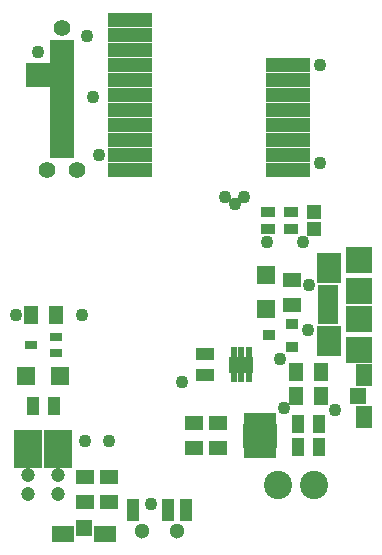
<source format=gts>
%TF.GenerationSoftware,KiCad,Pcbnew,4.0.1-stable*%
%TF.CreationDate,2016-06-24T18:37:57+01:00*%
%TF.ProjectId,StrokeRehabilitation,5374726F6B655265686162696C697461,rev?*%
%TF.FileFunction,Soldermask,Top*%
%FSLAX46Y46*%
G04 Gerber Fmt 4.6, Leading zero omitted, Abs format (unit mm)*
G04 Created by KiCad (PCBNEW 4.0.1-stable) date 24/06/2016 18:37:57*
%MOMM*%
G01*
G04 APERTURE LIST*
%ADD10C,0.100000*%
%ADD11R,1.000000X1.650000*%
%ADD12R,1.650000X1.000000*%
%ADD13R,2.300000X2.300000*%
%ADD14R,2.300000X2.200000*%
%ADD15R,2.000000X2.500000*%
%ADD16R,1.750000X0.800000*%
%ADD17R,1.400000X1.900000*%
%ADD18R,1.400000X1.400000*%
%ADD19R,1.600000X1.600000*%
%ADD20R,1.900000X1.400000*%
%ADD21R,1.124000X0.959000*%
%ADD22R,1.000000X0.800000*%
%ADD23R,1.300000X1.600000*%
%ADD24R,1.600000X1.300000*%
%ADD25C,1.300000*%
%ADD26R,1.100000X1.900000*%
%ADD27R,3.752800X1.212800*%
%ADD28C,1.400000*%
%ADD29R,2.000000X2.000000*%
%ADD30C,2.400000*%
%ADD31C,0.500000*%
%ADD32R,0.700000X1.138000*%
%ADD33R,2.880000X2.100000*%
%ADD34R,0.500000X0.900000*%
%ADD35R,2.000000X1.400000*%
%ADD36R,0.425400X0.425400*%
%ADD37R,2.400000X3.200000*%
%ADD38C,1.200000*%
%ADD39C,1.700000*%
%ADD40R,1.300000X0.900000*%
%ADD41R,1.150000X1.200000*%
%ADD42C,1.085800*%
G04 APERTURE END LIST*
D10*
D11*
X27104400Y10414000D03*
X25304400Y10414000D03*
X27104400Y8418400D03*
X25304400Y8418400D03*
D12*
X17416000Y16292400D03*
X17416000Y14492400D03*
D11*
X4650000Y11900000D03*
X2850000Y11900000D03*
D13*
X30505000Y21672400D03*
X30505000Y19272400D03*
D14*
X30505000Y24272400D03*
X30505000Y16672400D03*
D15*
X27955000Y23572400D03*
X27955000Y17372400D03*
D16*
X27830000Y21772400D03*
X27830000Y21122400D03*
X27830000Y20472400D03*
X27830000Y19822400D03*
X27830000Y19172400D03*
D17*
X30878000Y14500800D03*
X30878000Y11000800D03*
D18*
X30378000Y12750800D03*
D19*
X22648400Y20089200D03*
X22648400Y22989200D03*
D20*
X8950000Y1100000D03*
X5450000Y1100000D03*
D18*
X7200000Y1600000D03*
D19*
X2300000Y14450000D03*
X5200000Y14450000D03*
D21*
X22833300Y17881600D03*
X24800300Y18831600D03*
X24800300Y16931600D03*
D22*
X2700000Y17050000D03*
X4800000Y16400000D03*
X4800000Y17700000D03*
D23*
X25154400Y14782800D03*
X27254400Y14782800D03*
X25154400Y12750800D03*
X27254400Y12750800D03*
D24*
X18584400Y8348000D03*
X18584400Y10448000D03*
X16552400Y8348000D03*
X16552400Y10448000D03*
X24832800Y20489200D03*
X24832800Y22589200D03*
X7256000Y3776000D03*
X7256000Y5876000D03*
X9288000Y3776000D03*
X9288000Y5876000D03*
D23*
X4800000Y19600000D03*
X2700000Y19600000D03*
D25*
X12100000Y1300000D03*
X15100000Y1300000D03*
D26*
X11350000Y3050000D03*
X14350000Y3050000D03*
X15850000Y3050000D03*
D27*
X24505600Y31850000D03*
X24505600Y33120000D03*
X24505600Y34390000D03*
X24505600Y35660000D03*
X24505600Y36930000D03*
X24505600Y38200000D03*
X24505600Y39470000D03*
X24505600Y40740000D03*
X11094400Y44550000D03*
X11094400Y43280000D03*
X11094400Y42010000D03*
X11094400Y40740000D03*
X11094400Y39470000D03*
X11094400Y38200000D03*
X11094400Y36930000D03*
X11094400Y35660000D03*
X11094400Y34390000D03*
X11094400Y33120000D03*
X11094400Y31850000D03*
D28*
X4030000Y31900000D03*
X6570000Y31900000D03*
D29*
X5300000Y41900000D03*
X5300000Y39900000D03*
X5300000Y37900000D03*
X5300000Y35900000D03*
X5300000Y33900000D03*
D28*
X5300000Y43900000D03*
D30*
X23637600Y5181600D03*
X26637600Y5181600D03*
D31*
X22539600Y9398000D03*
D32*
X23089600Y10833000D03*
X22589600Y10833000D03*
X22089600Y10833000D03*
X21589600Y10833000D03*
X21089600Y10833000D03*
X21089600Y7963000D03*
X21589600Y7963000D03*
X22089600Y7963000D03*
X22589600Y7963000D03*
X23089600Y7963000D03*
D33*
X22089600Y9398000D03*
D31*
X21639600Y9398000D03*
X20109720Y15402560D03*
D34*
X21159720Y16452560D03*
X20509720Y16452560D03*
X19859720Y16452560D03*
X19859720Y14352560D03*
X20509720Y14352560D03*
X21159720Y14352560D03*
D35*
X20509720Y15402560D03*
D36*
X20509720Y15402560D03*
X20509720Y15402560D03*
D31*
X20909720Y15402560D03*
D37*
X2460000Y8250000D03*
D38*
X2460000Y6050000D03*
D39*
X2460000Y7650000D03*
D38*
X2460000Y4450000D03*
X5000000Y4450000D03*
X5000000Y6050000D03*
D39*
X5000000Y7650000D03*
D37*
X5000000Y8250000D03*
D29*
X3300000Y39900000D03*
D40*
X22750000Y26850000D03*
X22750000Y28350000D03*
D41*
X26700000Y28350000D03*
X26700000Y26850000D03*
D40*
X24750000Y28350000D03*
X24750000Y26850000D03*
D42*
X25750000Y25799994D03*
X1400000Y19600000D03*
X15500000Y13950000D03*
X27200000Y40750000D03*
X27200000Y32500000D03*
X8500000Y33120000D03*
X7450000Y43250000D03*
X26278600Y22148800D03*
X12894800Y3606800D03*
X19150000Y29550000D03*
X7000000Y19600000D03*
X22700004Y25750000D03*
X26204400Y18289500D03*
X23816800Y15900400D03*
X24121600Y11734800D03*
X28439600Y11582400D03*
X7250000Y8950000D03*
X19950000Y29000000D03*
X20750000Y29550000D03*
X9300000Y8950000D03*
X3300000Y41900000D03*
X7950000Y38050000D03*
M02*

</source>
